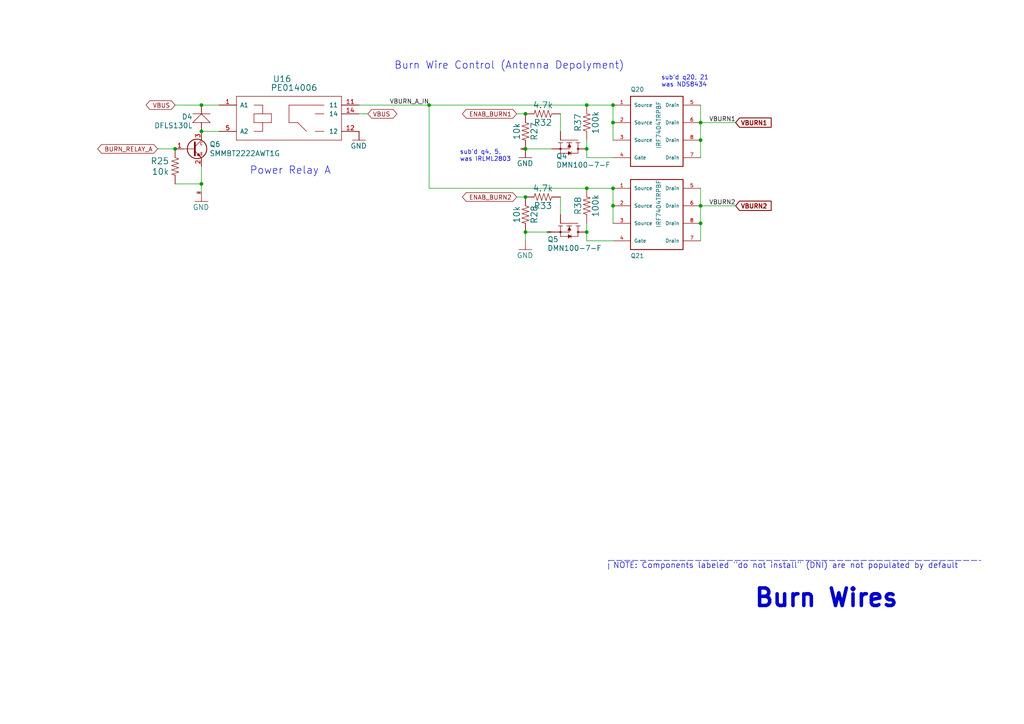
<source format=kicad_sch>
(kicad_sch (version 20211123) (generator eeschema)
  (paper "A4")
  (title_block (title "PyCubed Mainboard") (date "2021-06-09") (rev "v05c") (company "Max Holliday"))
  (lib_symbols
    (symbol "mainboard:DFLS130L" (pin_names (offset 1.016))
      (property "Reference" "D" (at 0 2.54 0))
      (property "Value" "DFLS130L" (at 0 -5.08 0))
      (symbol "DFLS130L_1_0"
        (polyline (pts (xy 0 -2.54) (xy 2.54 0)))
        (polyline (pts (xy 0 2.54) (xy 0 -2.54)))
        (polyline (pts (xy 2.54 0) (xy 0 2.54)))
        (polyline (pts (xy 2.54 2.54) (xy 2.54 -2.54)))
        (pin bidirectional line (at -2.54 0 0) (length 2.54) (name "A") (number "A"))
        (pin bidirectional line (at 5.08 0 180) (length 2.54) (name "C") (number "C"))
      )
    )
    (symbol "mainboard:GND" (power) (pin_names (offset 1.016))
      (property "Value" "GND" (at -2.54 -2.54 0))
      (symbol "GND_1_0"
        (polyline (pts (xy -1.905 0) (xy 1.905 0)))
        (pin power_in line (at 0 2.54 270) (length 2.54) (name "GND") (number "1"))
      )
    )
    (symbol "mainboard:IRLML2803TRPBF" (pin_names (offset 1.016))
      (property "Reference" "Q" (at -11.43 1.27 0))
      (property "Value" "IRLML2803TRPBF" (at -11.43 3.81 0))
      (symbol "IRLML2803TRPBF_1_0"
        (polyline (pts (xy 0 2.54) (xy 0 -2.54)))
        (polyline (pts (xy 0.762 -2.54) (xy 0.762 -3.175)))
        (polyline (pts (xy 0.762 -1.905) (xy 0.762 -2.54)))
        (polyline (pts (xy 0.762 0) (xy 0.762 -0.762)))
        (polyline (pts (xy 0.762 0) (xy 2.54 0)))
        (polyline (pts (xy 0.762 0.762) (xy 0.762 0)))
        (polyline (pts (xy 0.762 2.54) (xy 0.762 1.905)))
        (polyline (pts (xy 0.762 2.54) (xy 3.81 2.54)))
        (polyline (pts (xy 0.762 3.175) (xy 0.762 2.54)))
        (polyline (pts (xy 2.54 -2.54) (xy 0.762 -2.54)))
        (polyline (pts (xy 2.54 -2.54) (xy 3.81 -2.54)))
        (polyline (pts (xy 2.54 0) (xy 2.54 -2.54)))
        (polyline (pts (xy 3.302 0.508) (xy 3.81 0.508)))
        (polyline (pts (xy 3.81 -0.508) (xy 3.81 -2.54)))
        (polyline (pts (xy 3.81 0.508) (xy 3.81 -0.508)))
        (polyline (pts (xy 3.81 0.508) (xy 4.318 0.508)))
        (polyline (pts (xy 3.81 2.54) (xy 3.81 0.508)))
        (polyline (pts (xy 1.016 0) (xy 2.032 0.508) (xy 2.032 -0.508)) (fill (type outline)))
        (polyline (pts (xy 3.81 0.508) (xy 3.302 -0.254) (xy 4.318 -0.254)) (fill (type outline)))
        (circle (center 2.54 -2.54) (radius 0.254))
        (circle (center 2.54 2.54) (radius 0.254))
        (pin passive line (at -2.54 -2.54 0) (length 2.54) (name "G") (number "1"))
        (pin passive line (at 2.54 -5.08 90) (length 2.54) (name "S") (number "2"))
        (pin passive line (at 2.54 5.08 270) (length 2.54) (name "D") (number "3"))
      )
    )
    (symbol "mainboard:MMBT2222AT" (pin_names (offset 1.016) hide)
      (property "Reference" "Q" (at -8.89 3.81 0))
      (property "Value" "MMBT2222AT" (at 2.54 -1.27 0))
      (symbol "MMBT2222AT_0_1"
        (polyline (pts (xy -5.08 0) (xy -1.905 0)))
        (polyline (pts (xy -0.127 -1.397) (xy 0.254 -1.397)))
        (polyline (pts (xy -0.127 -1.016) (xy 0.254 -1.016)))
        (polyline (pts (xy -0.127 -1.016) (xy -0.127 -1.778) (xy 0.254 -1.778)))
        (polyline (pts (xy 0.254 1.905) (xy -0.127 1.905) (xy -0.254 1.651) (xy -0.254 1.397) (xy -0.127 1.143) (xy 0.254 1.143)))
      )
      (symbol "MMBT2222AT_1_1"
        (circle (center -1.27 0) (radius 2.8194) (stroke (width 0.254)))
        (polyline (pts (xy -1.905 0.635) (xy 0 2.54)))
        (polyline (pts (xy -1.905 -0.635) (xy 0 -2.54) (xy 0 -2.54)))
        (polyline (pts (xy -1.905 1.905) (xy -1.905 -1.905) (xy -1.905 -1.905)) (stroke (width 0.508)))
        (polyline (pts (xy -1.27 -1.778) (xy -0.762 -1.27) (xy -0.254 -2.286) (xy -1.27 -1.778) (xy -1.27 -1.778)) (fill (type outline)))
        (pin input line (at -7.62 0 0) (length 2.54) (name "B") (number "1"))
        (pin passive line (at 0 -5.08 90) (length 2.54) (name "E") (number "2"))
        (pin passive line (at 0 5.08 270) (length 2.54) (name "C") (number "3"))
      )
    )
    (symbol "mainboard:NDS8434" (pin_names (offset 1.016))
      (symbol "NDS8434_0_0"
        (polyline (pts (xy -7.62 -10.16) (xy -7.62 10.16)) (stroke (width 0.254)))
        (polyline (pts (xy -7.62 10.16) (xy 7.62 10.16)) (stroke (width 0.254)))
        (polyline (pts (xy 7.62 -10.16) (xy -7.62 -10.16)) (stroke (width 0.254)))
        (polyline (pts (xy 7.62 10.16) (xy 7.62 -10.16)) (stroke (width 0.254)))
        (pin bidirectional line (at -12.7 7.62 0) (length 5.08) (name "Source") (number "1"))
        (pin bidirectional line (at -12.7 2.54 0) (length 5.08) (name "Source") (number "2"))
        (pin bidirectional line (at -12.7 -2.54 0) (length 5.08) (name "Source") (number "3"))
        (pin bidirectional line (at -12.7 -7.62 0) (length 5.08) (name "Gate") (number "4"))
        (pin bidirectional line (at 12.7 7.62 180) (length 5.08) (name "Drain") (number "5"))
        (pin bidirectional line (at 12.7 2.54 180) (length 5.08) (name "Drain") (number "6"))
        (pin bidirectional line (at 12.7 -7.62 180) (length 5.08) (name "Drain") (number "7"))
        (pin bidirectional line (at 12.7 -2.54 180) (length 5.08) (name "Drain") (number "8"))
      )
    )
    (symbol "mainboard:PE014005" (pin_names (offset 1.016))
      (property "Reference" "U" (at -2.1844 9.1186 0))
      (property "Value" "PE014005" (at -2.8194 6.5786 0))
      (symbol "PE014005_1_0"
        (polyline (pts (xy -12.7 -7.62) (xy 17.78 -7.62)))
        (polyline (pts (xy -12.7 5.08) (xy -12.7 -7.62)))
        (polyline (pts (xy -7.62 -2.54) (xy -7.62 0)))
        (polyline (pts (xy -7.62 0) (xy -5.08 0)))
        (polyline (pts (xy -7.62 2.54) (xy -5.08 2.54)))
        (polyline (pts (xy -5.08 -5.08) (xy -7.62 -5.08)))
        (polyline (pts (xy -5.08 -2.54) (xy -7.62 -2.54)))
        (polyline (pts (xy -5.08 -2.54) (xy -5.08 -5.08)))
        (polyline (pts (xy -5.08 0) (xy -2.54 0)))
        (polyline (pts (xy -5.08 2.54) (xy -5.08 0)))
        (polyline (pts (xy -2.54 -2.54) (xy -5.08 -2.54)))
        (polyline (pts (xy -2.54 0) (xy -2.54 -2.54)))
        (polyline (pts (xy 2.54 -2.54) (xy 5.08 -2.54)))
        (polyline (pts (xy 2.54 2.54) (xy 2.54 -2.54)))
        (polyline (pts (xy 5.08 -2.54) (xy 7.62 -5.08)))
        (polyline (pts (xy 12.7 -5.08) (xy 10.16 -5.08)))
        (polyline (pts (xy 12.7 0) (xy 10.16 0)))
        (polyline (pts (xy 12.7 2.54) (xy 2.54 2.54)))
        (polyline (pts (xy 17.78 -7.62) (xy 17.78 5.08)))
        (polyline (pts (xy 17.78 5.08) (xy -12.7 5.08)))
        (pin passive line (at -17.78 2.54 0) (length 5.08) (name "A1") (number "1"))
        (pin passive line (at 22.86 2.54 180) (length 5.08) (name "11") (number "11"))
        (pin passive line (at 22.86 -5.08 180) (length 5.08) (name "12") (number "12"))
        (pin passive line (at 22.86 0 180) (length 5.08) (name "14") (number "14"))
        (pin passive line (at -17.78 -5.08 0) (length 5.08) (name "A2") (number "5"))
      )
    )
    (symbol "mainboard:RESISTOR0603" (pin_names (offset 1.016))
      (property "Reference" "R" (at 0 1.524 0))
      (property "Value" "RESISTOR0603" (at 0 -1.524 0))
      (symbol "RESISTOR0603_1_0"
        (polyline (pts (xy -2.54 0) (xy -2.159 1.016)))
        (polyline (pts (xy -2.159 1.016) (xy -1.524 -1.016)))
        (polyline (pts (xy -1.524 -1.016) (xy -0.889 1.016)))
        (polyline (pts (xy -0.889 1.016) (xy -0.254 -1.016)))
        (polyline (pts (xy -0.254 -1.016) (xy 0.381 1.016)))
        (polyline (pts (xy 0.381 1.016) (xy 1.016 -1.016)))
        (polyline (pts (xy 1.016 -1.016) (xy 1.651 1.016)))
        (polyline (pts (xy 1.651 1.016) (xy 2.286 -1.016)))
        (polyline (pts (xy 2.286 -1.016) (xy 2.54 0)))
        (pin passive line (at -5.08 0 0) (length 2.54) (name "1") (number "1"))
        (pin passive line (at 5.08 0 180) (length 2.54) (name "2") (number "2"))
      )
    )
  )
  (junction (at 203.2 40.64))
  (junction (at 152.4 57.15))
  (junction (at 124.46 30.48))
  (junction (at 152.4 33.02))
  (junction (at 203.2 59.69))
  (junction (at 170.18 54.61))
  (junction (at 152.4 43.18))
  (junction (at 203.2 64.77))
  (junction (at 58.42 53.34))
  (junction (at 58.42 30.48))
  (junction (at 177.8 30.48))
  (junction (at 58.42 38.1))
  (junction (at 177.8 59.69))
  (junction (at 152.4 67.31))
  (junction (at 50.8 43.18))
  (junction (at 170.18 30.48))
  (junction (at 170.18 43.18))
  (junction (at 177.8 54.61))
  (junction (at 177.8 35.56))
  (junction (at 203.2 35.56))
  (junction (at 170.18 67.31))
  (wire (pts (xy 152.4 33.02) (xy 149.86 33.02)))
  (wire (pts (xy 170.18 30.48) (xy 124.46 30.48)))
  (wire (pts (xy 170.18 69.85) (xy 170.18 67.31)))
  (wire (pts (xy 177.8 35.56) (xy 177.8 30.48)))
  (wire (pts (xy 162.56 38.1) (xy 162.56 33.02)))
  (wire (pts (xy 104.14 30.48) (xy 124.46 30.48)))
  (wire (pts (xy 203.2 35.56) (xy 203.2 40.64)))
  (wire (pts (xy 170.18 64.77) (xy 170.18 67.31)))
  (wire (pts (xy 124.46 30.48) (xy 124.46 54.61)))
  (wire (pts (xy 170.18 40.64) (xy 170.18 43.18)))
  (wire (pts (xy 152.4 43.18) (xy 160.02 43.18)))
  (wire (pts (xy 177.8 59.69) (xy 177.8 54.61)))
  (wire (pts (xy 63.5 30.48) (xy 58.42 30.48)))
  (wire (pts (xy 203.2 59.69) (xy 203.2 54.61)))
  (wire (pts (xy 203.2 30.48) (xy 203.2 35.56)))
  (wire (pts (xy 58.42 55.88) (xy 58.42 53.34)))
  (wire (pts (xy 170.18 54.61) (xy 124.46 54.61)))
  (wire (pts (xy 152.4 57.15) (xy 149.86 57.15)))
  (wire (pts (xy 170.18 30.48) (xy 177.8 30.48)))
  (wire (pts (xy 160.02 67.31) (xy 152.4 67.31)))
  (wire (pts (xy 177.8 69.85) (xy 170.18 69.85)))
  (wire (pts (xy 203.2 59.69) (xy 213.36 59.69)))
  (wire (pts (xy 203.2 64.77) (xy 203.2 59.69)))
  (wire (pts (xy 152.4 67.31) (xy 152.4 69.85)))
  (wire (pts (xy 177.8 54.61) (xy 170.18 54.61)))
  (wire (pts (xy 50.8 53.34) (xy 58.42 53.34)))
  (wire (pts (xy 177.8 40.64) (xy 177.8 35.56)))
  (wire (pts (xy 104.14 33.02) (xy 106.68 33.02)))
  (wire (pts (xy 45.72 43.18) (xy 50.8 43.18)))
  (wire (pts (xy 177.8 45.72) (xy 170.18 45.72)))
  (polyline (pts (xy 176.53 162.56) (xy 284.48 162.56)))
  (wire (pts (xy 177.8 64.77) (xy 177.8 59.69)))
  (wire (pts (xy 203.2 69.85) (xy 203.2 64.77)))
  (wire (pts (xy 58.42 53.34) (xy 58.42 48.26)))
  (wire (pts (xy 170.18 45.72) (xy 170.18 43.18)))
  (wire (pts (xy 58.42 38.1) (xy 63.5 38.1)))
  (wire (pts (xy 162.56 62.23) (xy 162.56 57.15)))
  (wire (pts (xy 203.2 40.64) (xy 203.2 45.72)))
  (wire (pts (xy 203.2 35.56) (xy 213.36 35.56)))
  (wire (pts (xy 58.42 30.48) (xy 50.8 30.48)))
  (polyline (pts (xy 176.53 165.1) (xy 176.53 162.56)))
  (text "Burn Wire Control (Antenna Depolyment)" (at 114.3 20.32 0) (effects (font (size 2.159 2.159)) (justify left bottom)))
  (text "sub'd q4, 5, \nwas IRLML2803" (at 133.35 46.99 0) (effects (font (size 1.27 1.27)) (justify left bottom)))
  (text "sub'd q20, 21\nwas NDS8434\n" (at 191.77 25.4 0) (effects (font (size 1.27 1.27)) (justify left bottom)))
  (text "NOTE: Components labeled \"do not install\" (DNI) are not populated by default" (at 177.8 165.1 0) (effects (font (size 1.651 1.651)) (justify left bottom)))
  (text "Burn Wires" (at 218.44 176.53 0) (effects (font (size 5.08 5.08) (thickness 1.016) bold) (justify left bottom)))
  (text "Power Relay A" (at 72.39 50.8 0) (effects (font (size 2.159 2.159)) (justify left bottom)))
  (label "VBURN2" (at 213.36 59.69 180))
  (label "VBURN_A_IN" (at 124.46 30.48 180))
  (label "VBURN1" (at 213.36 35.56 180))
  (global_label "VBUS" (shape bidirectional) (at 106.68 33.02 0) (property "Intersheet References" "${INTERSHEET_REFS}" (effects hide)))
  (global_label "BURN_RELAY_A" (shape bidirectional) (at 45.72 43.18 180) (property "Intersheet References" "${INTERSHEET_REFS}" (effects hide)))
  (global_label "GND" (shape bidirectional) (at 160.02 67.31 180) (effects (font (size 0.254 0.254))) (property "Intersheet References" "${INTERSHEET_REFS}" (effects hide)))
  (global_label "ENAB_BURN2" (shape bidirectional) (at 149.86 57.15 180) (property "Intersheet References" "${INTERSHEET_REFS}" (effects hide)))
  (global_label "VBUS" (shape bidirectional) (at 50.8 30.48 180) (property "Intersheet References" "${INTERSHEET_REFS}" (effects hide)))
  (global_label "GND" (shape bidirectional) (at 58.42 55.88 180) (effects (font (size 0.254 0.254))) (property "Intersheet References" "${INTERSHEET_REFS}" (effects hide)))
  (global_label "GND" (shape bidirectional) (at 152.4 43.18 180) (effects (font (size 0.254 0.254))) (property "Intersheet References" "${INTERSHEET_REFS}" (effects hide)))
  (global_label "VBURN1" (shape input) (at 213.36 35.56 0) (effects (font (thickness 0.254) bold)) (property "Intersheet References" "${INTERSHEET_REFS}" (effects hide)))
  (global_label "ENAB_BURN1" (shape bidirectional) (at 149.86 33.02 180) (property "Intersheet References" "${INTERSHEET_REFS}" (effects hide)))
  (global_label "VBURN2" (shape input) (at 213.36 59.69 0) (effects (font (thickness 0.254) bold)) (property "Intersheet References" "${INTERSHEET_REFS}" (effects hide)))
  (symbol (lib_id "mainboard:RESISTOR0603") (at 157.48 57.15 180) (unit 1)
    (property "Reference" "R33" (at 157.48 58.674 0) (effects (font (size 1.778 1.778)) (justify bottom)))
    (property "Value" "4.7k" (at 157.48 55.626 0) (effects (font (size 1.778 1.778)) (justify top)))
    (property "Footprint" "Resistor_SMD:R_0603_1608Metric" (effects hide))
  )
  (symbol (lib_id "mainboard:DFLS130L") (at 58.42 35.56 90) (unit 1)
    (property "Reference" "D4" (at 55.88 33.02 90) (effects (font (size 1.4986 1.4986)) (justify left bottom)))
    (property "Value" "DFLS130L" (at 55.88 35.56 90) (effects (font (size 1.4986 1.4986)) (justify left bottom)))
    (property "Footprint" "mainboard:PWRDI-123" (effects hide))
    (property "Datasheet" "https://www.diodes.com/assets/Datasheets/ds30492.pdf" (effects hide))
    (property "Description" "Schottky Diode - 30V 1A" (effects hide))
    (property "Flight" "DFLS130L-7" (effects hide))
    (property "Manufacturer_Name" "Diodes Incorporated" (effects hide))
    (property "Manufacturer_Part_Number" "DFLS130L-7" (effects hide))
    (property "Proto" "DFLS130L" (effects hide))
  )
  (symbol (lib_id "mainboard:RESISTOR0603") (at 50.8 48.26 270) (unit 1)
    (property "Reference" "R25" (at 49.0982 46.7106 90) (effects (font (size 1.778 1.778)) (justify right)))
    (property "Value" "10k" (at 49.0982 49.784 90) (effects (font (size 1.778 1.778)) (justify right)))
    (property "Footprint" "Resistor_SMD:R_0603_1608Metric" (effects hide))
  )
  (symbol (lib_id "mainboard:GND") (at 152.4 72.39 0) (unit 1)
    (property "Reference" "#GND056" (effects hide))
    (property "Value" "GND" (at 149.86 74.93 0) (effects (font (size 1.4986 1.4986)) (justify left bottom)))
  )
  (symbol (lib_id "mainboard:RESISTOR0603") (at 152.4 62.23 270) (unit 1)
    (property "Reference" "R28" (at 153.924 62.23 0) (effects (font (size 1.778 1.778)) (justify bottom)))
    (property "Value" "10k" (at 150.876 62.23 0) (effects (font (size 1.778 1.778)) (justify top)))
    (property "Footprint" "Resistor_SMD:R_0603_1608Metric" (effects hide))
  )
  (symbol (lib_id "mainboard:NDS8434") (at 190.5 38.1 0) (unit 1)
    (property "Reference" "Q20" (at 182.88 26.67 0) (effects (justify left bottom)))
    (property "Value" "IRF7404TRPBF" (at 191.77 43.18 90) (effects (justify left bottom)))
    (property "Footprint" "Package_SO:SOIC-8_3.9x4.9mm_P1.27mm" (effects hide))
    (property "Description" "P-Channel MOSFET" (effects hide))
    (property "Flight" "IRF7404TRPBF" (effects hide))
  )
  (symbol (lib_id "mainboard:NDS8434") (at 190.5 62.23 0) (unit 1)
    (property "Reference" "Q21" (at 182.88 74.93 0) (effects (justify left bottom)))
    (property "Value" "IRF7404TRPBF" (at 191.77 66.04 90) (effects (justify left bottom)))
    (property "Footprint" "Package_SO:SOIC-8_3.9x4.9mm_P1.27mm" (effects hide))
    (property "Description" "P-Channel MOSFET" (effects hide))
    (property "Flight" "IRF7404TRPBF" (effects hide))
  )
  (symbol (lib_id "mainboard:MMBT2222AT") (at 58.42 43.18 0) (unit 1)
    (property "Reference" "Q6" (at 60.7314 41.8338 0) (effects (font (size 1.4986 1.4986)) (justify left)))
    (property "Value" "SMMBT2222AWT1G" (at 60.7314 44.5008 0) (effects (font (size 1.4986 1.4986)) (justify left)))
    (property "Footprint" "Package_TO_SOT_SMD:SOT-323_SC-70" (effects hide))
    (property "Description" "Single NPN BJT" (effects hide))
  )
  (symbol (lib_id "mainboard:RESISTOR0603") (at 152.4 38.1 270) (unit 1)
    (property "Reference" "R27" (at 153.924 38.1 0) (effects (font (size 1.778 1.778)) (justify bottom)))
    (property "Value" "10k" (at 150.876 38.1 0) (effects (font (size 1.778 1.778)) (justify top)))
    (property "Footprint" "Resistor_SMD:R_0603_1608Metric" (effects hide))
  )
  (symbol (lib_id "mainboard:IRLML2803TRPBF") (at 165.1 64.77 270) (unit 1)
    (property "Reference" "Q5" (at 158.75 68.58 90) (effects (font (size 1.4986 1.4986)) (justify left top)))
    (property "Value" "DMN100-7-F" (at 158.75 71.12 90) (effects (font (size 1.4986 1.4986)) (justify left top)))
    (property "Footprint" "mainboard:SOT-23" (effects hide))
    (property "Description" "Single N-Channel MOSFET" (effects hide))
    (property "Flight" "DMN100-7-F" (effects hide))
  )
  (symbol (lib_id "mainboard:RESISTOR0603") (at 157.48 33.02 180) (unit 1)
    (property "Reference" "R32" (at 157.48 34.544 0) (effects (font (size 1.778 1.778)) (justify bottom)))
    (property "Value" "4.7k" (at 157.48 31.496 0) (effects (font (size 1.778 1.778)) (justify top)))
    (property "Footprint" "Resistor_SMD:R_0603_1608Metric" (effects hide))
  )
  (symbol (lib_id "mainboard:RESISTOR0603") (at 170.18 35.56 90) (unit 1)
    (property "Reference" "R37" (at 168.656 35.56 0) (effects (font (size 1.778 1.778)) (justify bottom)))
    (property "Value" "100k" (at 171.704 35.56 0) (effects (font (size 1.778 1.778)) (justify top)))
    (property "Footprint" "Resistor_SMD:R_0603_1608Metric" (effects hide))
  )
  (symbol (lib_id "mainboard:RESISTOR0603") (at 170.18 59.69 90) (unit 1)
    (property "Reference" "R38" (at 168.656 59.69 0) (effects (font (size 1.778 1.778)) (justify bottom)))
    (property "Value" "100k" (at 171.704 59.69 0) (effects (font (size 1.778 1.778)) (justify top)))
    (property "Footprint" "Resistor_SMD:R_0603_1608Metric" (effects hide))
  )
  (symbol (lib_id "mainboard:GND") (at 104.14 40.64 0) (unit 1)
    (property "Reference" "#GND052" (effects hide))
    (property "Value" "GND" (at 101.6 43.18 0) (effects (font (size 1.4986 1.4986)) (justify left bottom)))
  )
  (symbol (lib_id "mainboard:PE014005") (at 81.28 33.02 0) (unit 1)
    (property "Reference" "U16" (at 79.0956 23.9014 0) (effects (font (size 1.7526 1.7526)) (justify left bottom)))
    (property "Value" "PE014006" (at 78.4606 26.4414 0) (effects (font (size 1.7526 1.7526)) (justify left bottom)))
    (property "Footprint" "mainboard:RELAY_PE014006" (effects hide))
    (property "Datasheet" "https://www.te.com/usa-en/product-PE014006.html" (effects hide))
    (property "Description" "5A 6V SPDT General Purpose Relay" (effects hide))
    (property "Flight" "PE014006 TE" (effects hide))
    (property "Manufacturer_Name" "TE Connectivity" (effects hide))
    (property "Manufacturer_Part_Number" "PE014006 TE" (effects hide))
    (property "Proto" "TE Connectivity" (effects hide))
  )
  (symbol (lib_id "mainboard:IRLML2803TRPBF") (at 165.1 40.64 270) (unit 1)
    (property "Reference" "Q4" (at 161.29 44.45 90) (effects (font (size 1.4986 1.4986)) (justify left top)))
    (property "Value" "DMN100-7-F" (at 161.29 46.99 90) (effects (font (size 1.4986 1.4986)) (justify left top)))
    (property "Footprint" "mainboard:SOT-23" (effects hide))
    (property "Description" "Single N-Channel MOSFET" (effects hide))
    (property "Flight" "DMN100-7-F" (effects hide))
  )
  (symbol (lib_id "mainboard:GND") (at 152.4 45.72 0) (unit 1)
    (property "Reference" "#GND055" (effects hide))
    (property "Value" "GND" (at 149.86 48.26 0) (effects (font (size 1.4986 1.4986)) (justify left bottom)))
  )
  (symbol (lib_id "mainboard:GND") (at 58.42 58.42 0) (unit 1)
    (property "Reference" "#GND049" (effects hide))
    (property "Value" "GND" (at 55.88 60.96 0) (effects (font (size 1.4986 1.4986)) (justify left bottom)))
  )
)
</source>
